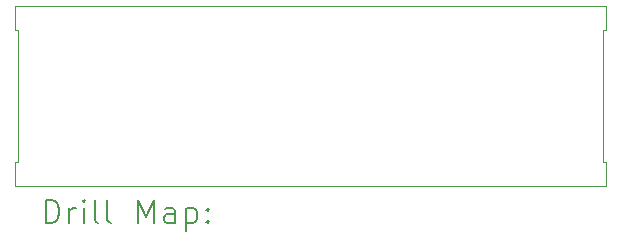
<source format=gbr>
%TF.GenerationSoftware,KiCad,Pcbnew,8.0.1-8.0.1-1~ubuntu22.04.1*%
%TF.CreationDate,2024-05-05T11:37:59-07:00*%
%TF.ProjectId,unic_gw1,756e6963-5f67-4773-912e-6b696361645f,1.0*%
%TF.SameCoordinates,Original*%
%TF.FileFunction,Drillmap*%
%TF.FilePolarity,Positive*%
%FSLAX45Y45*%
G04 Gerber Fmt 4.5, Leading zero omitted, Abs format (unit mm)*
G04 Created by KiCad (PCBNEW 8.0.1-8.0.1-1~ubuntu22.04.1) date 2024-05-05 11:37:59*
%MOMM*%
%LPD*%
G01*
G04 APERTURE LIST*
%ADD10C,0.100000*%
%ADD11C,0.200000*%
G04 APERTURE END LIST*
D10*
X8832150Y-5508000D02*
X3828350Y-5508000D01*
X8832150Y-5508000D02*
X8832150Y-5711200D01*
X3853750Y-6828800D02*
X3853750Y-5711200D01*
X3828350Y-5711200D02*
X3828350Y-5508000D01*
X3828350Y-7032000D02*
X3828350Y-6828800D01*
X3853750Y-5711200D02*
X3828350Y-5711200D01*
X8832150Y-5711200D02*
X8806750Y-5711200D01*
X8832150Y-7032000D02*
X8832150Y-6828800D01*
X3828350Y-6828800D02*
X3853750Y-6828800D01*
X8832150Y-7032000D02*
X3828350Y-7032000D01*
X8806750Y-6828800D02*
X8806750Y-5711200D01*
X8832150Y-6828800D02*
X8806750Y-6828800D01*
D11*
X4084127Y-7348484D02*
X4084127Y-7148484D01*
X4084127Y-7148484D02*
X4131746Y-7148484D01*
X4131746Y-7148484D02*
X4160317Y-7158008D01*
X4160317Y-7158008D02*
X4179365Y-7177055D01*
X4179365Y-7177055D02*
X4188889Y-7196103D01*
X4188889Y-7196103D02*
X4198413Y-7234198D01*
X4198413Y-7234198D02*
X4198413Y-7262769D01*
X4198413Y-7262769D02*
X4188889Y-7300865D01*
X4188889Y-7300865D02*
X4179365Y-7319912D01*
X4179365Y-7319912D02*
X4160317Y-7338960D01*
X4160317Y-7338960D02*
X4131746Y-7348484D01*
X4131746Y-7348484D02*
X4084127Y-7348484D01*
X4284127Y-7348484D02*
X4284127Y-7215150D01*
X4284127Y-7253246D02*
X4293651Y-7234198D01*
X4293651Y-7234198D02*
X4303174Y-7224674D01*
X4303174Y-7224674D02*
X4322222Y-7215150D01*
X4322222Y-7215150D02*
X4341270Y-7215150D01*
X4407936Y-7348484D02*
X4407936Y-7215150D01*
X4407936Y-7148484D02*
X4398413Y-7158008D01*
X4398413Y-7158008D02*
X4407936Y-7167531D01*
X4407936Y-7167531D02*
X4417460Y-7158008D01*
X4417460Y-7158008D02*
X4407936Y-7148484D01*
X4407936Y-7148484D02*
X4407936Y-7167531D01*
X4531746Y-7348484D02*
X4512698Y-7338960D01*
X4512698Y-7338960D02*
X4503174Y-7319912D01*
X4503174Y-7319912D02*
X4503174Y-7148484D01*
X4636508Y-7348484D02*
X4617460Y-7338960D01*
X4617460Y-7338960D02*
X4607936Y-7319912D01*
X4607936Y-7319912D02*
X4607936Y-7148484D01*
X4865079Y-7348484D02*
X4865079Y-7148484D01*
X4865079Y-7148484D02*
X4931746Y-7291341D01*
X4931746Y-7291341D02*
X4998413Y-7148484D01*
X4998413Y-7148484D02*
X4998413Y-7348484D01*
X5179365Y-7348484D02*
X5179365Y-7243722D01*
X5179365Y-7243722D02*
X5169841Y-7224674D01*
X5169841Y-7224674D02*
X5150794Y-7215150D01*
X5150794Y-7215150D02*
X5112698Y-7215150D01*
X5112698Y-7215150D02*
X5093651Y-7224674D01*
X5179365Y-7338960D02*
X5160317Y-7348484D01*
X5160317Y-7348484D02*
X5112698Y-7348484D01*
X5112698Y-7348484D02*
X5093651Y-7338960D01*
X5093651Y-7338960D02*
X5084127Y-7319912D01*
X5084127Y-7319912D02*
X5084127Y-7300865D01*
X5084127Y-7300865D02*
X5093651Y-7281817D01*
X5093651Y-7281817D02*
X5112698Y-7272293D01*
X5112698Y-7272293D02*
X5160317Y-7272293D01*
X5160317Y-7272293D02*
X5179365Y-7262769D01*
X5274603Y-7215150D02*
X5274603Y-7415150D01*
X5274603Y-7224674D02*
X5293651Y-7215150D01*
X5293651Y-7215150D02*
X5331746Y-7215150D01*
X5331746Y-7215150D02*
X5350794Y-7224674D01*
X5350794Y-7224674D02*
X5360317Y-7234198D01*
X5360317Y-7234198D02*
X5369841Y-7253246D01*
X5369841Y-7253246D02*
X5369841Y-7310388D01*
X5369841Y-7310388D02*
X5360317Y-7329436D01*
X5360317Y-7329436D02*
X5350794Y-7338960D01*
X5350794Y-7338960D02*
X5331746Y-7348484D01*
X5331746Y-7348484D02*
X5293651Y-7348484D01*
X5293651Y-7348484D02*
X5274603Y-7338960D01*
X5455555Y-7329436D02*
X5465079Y-7338960D01*
X5465079Y-7338960D02*
X5455555Y-7348484D01*
X5455555Y-7348484D02*
X5446032Y-7338960D01*
X5446032Y-7338960D02*
X5455555Y-7329436D01*
X5455555Y-7329436D02*
X5455555Y-7348484D01*
X5455555Y-7224674D02*
X5465079Y-7234198D01*
X5465079Y-7234198D02*
X5455555Y-7243722D01*
X5455555Y-7243722D02*
X5446032Y-7234198D01*
X5446032Y-7234198D02*
X5455555Y-7224674D01*
X5455555Y-7224674D02*
X5455555Y-7243722D01*
M02*

</source>
